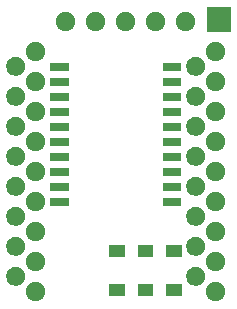
<source format=gbr>
G04 #@! TF.GenerationSoftware,KiCad,Pcbnew,5.1.5+dfsg1-2build2*
G04 #@! TF.CreationDate,2023-07-02T11:19:25+01:00*
G04 #@! TF.ProjectId,hd36106_replacement,68643336-3130-4365-9f72-65706c616365,rev?*
G04 #@! TF.SameCoordinates,Original*
G04 #@! TF.FileFunction,Soldermask,Top*
G04 #@! TF.FilePolarity,Negative*
%FSLAX46Y46*%
G04 Gerber Fmt 4.6, Leading zero omitted, Abs format (unit mm)*
G04 Created by KiCad (PCBNEW 5.1.5+dfsg1-2build2) date 2023-07-02 11:19:25*
%MOMM*%
%LPD*%
G04 APERTURE LIST*
%ADD10C,0.100000*%
G04 APERTURE END LIST*
D10*
G36*
X136477142Y-106288242D02*
G01*
X136625101Y-106349529D01*
X136758255Y-106438499D01*
X136871501Y-106551745D01*
X136960471Y-106684899D01*
X137021758Y-106832858D01*
X137053000Y-106989925D01*
X137053000Y-107150075D01*
X137021758Y-107307142D01*
X136960471Y-107455101D01*
X136871501Y-107588255D01*
X136758255Y-107701501D01*
X136625101Y-107790471D01*
X136477142Y-107851758D01*
X136320075Y-107883000D01*
X136159925Y-107883000D01*
X136002858Y-107851758D01*
X135854899Y-107790471D01*
X135721745Y-107701501D01*
X135608499Y-107588255D01*
X135519529Y-107455101D01*
X135458242Y-107307142D01*
X135427000Y-107150075D01*
X135427000Y-106989925D01*
X135458242Y-106832858D01*
X135519529Y-106684899D01*
X135608499Y-106551745D01*
X135721745Y-106438499D01*
X135854899Y-106349529D01*
X136002858Y-106288242D01*
X136159925Y-106257000D01*
X136320075Y-106257000D01*
X136477142Y-106288242D01*
G37*
G36*
X121237142Y-106288242D02*
G01*
X121385101Y-106349529D01*
X121518255Y-106438499D01*
X121631501Y-106551745D01*
X121720471Y-106684899D01*
X121781758Y-106832858D01*
X121813000Y-106989925D01*
X121813000Y-107150075D01*
X121781758Y-107307142D01*
X121720471Y-107455101D01*
X121631501Y-107588255D01*
X121518255Y-107701501D01*
X121385101Y-107790471D01*
X121237142Y-107851758D01*
X121080075Y-107883000D01*
X120919925Y-107883000D01*
X120762858Y-107851758D01*
X120614899Y-107790471D01*
X120481745Y-107701501D01*
X120368499Y-107588255D01*
X120279529Y-107455101D01*
X120218242Y-107307142D01*
X120187000Y-107150075D01*
X120187000Y-106989925D01*
X120218242Y-106832858D01*
X120279529Y-106684899D01*
X120368499Y-106551745D01*
X120481745Y-106438499D01*
X120614899Y-106349529D01*
X120762858Y-106288242D01*
X120919925Y-106257000D01*
X121080075Y-106257000D01*
X121237142Y-106288242D01*
G37*
G36*
X130953000Y-107434000D02*
G01*
X129651000Y-107434000D01*
X129651000Y-106432000D01*
X130953000Y-106432000D01*
X130953000Y-107434000D01*
G37*
G36*
X128540000Y-107434000D02*
G01*
X127238000Y-107434000D01*
X127238000Y-106432000D01*
X128540000Y-106432000D01*
X128540000Y-107434000D01*
G37*
G36*
X133366000Y-107434000D02*
G01*
X132064000Y-107434000D01*
X132064000Y-106432000D01*
X133366000Y-106432000D01*
X133366000Y-107434000D01*
G37*
G36*
X119567142Y-104998242D02*
G01*
X119715101Y-105059529D01*
X119848255Y-105148499D01*
X119961501Y-105261745D01*
X120050471Y-105394899D01*
X120111758Y-105542858D01*
X120143000Y-105699925D01*
X120143000Y-105860075D01*
X120111758Y-106017142D01*
X120050471Y-106165101D01*
X119961501Y-106298255D01*
X119848255Y-106411501D01*
X119715101Y-106500471D01*
X119567142Y-106561758D01*
X119410075Y-106593000D01*
X119249925Y-106593000D01*
X119092858Y-106561758D01*
X118944899Y-106500471D01*
X118811745Y-106411501D01*
X118698499Y-106298255D01*
X118609529Y-106165101D01*
X118548242Y-106017142D01*
X118517000Y-105860075D01*
X118517000Y-105699925D01*
X118548242Y-105542858D01*
X118609529Y-105394899D01*
X118698499Y-105261745D01*
X118811745Y-105148499D01*
X118944899Y-105059529D01*
X119092858Y-104998242D01*
X119249925Y-104967000D01*
X119410075Y-104967000D01*
X119567142Y-104998242D01*
G37*
G36*
X134807142Y-104998242D02*
G01*
X134955101Y-105059529D01*
X135088255Y-105148499D01*
X135201501Y-105261745D01*
X135290471Y-105394899D01*
X135351758Y-105542858D01*
X135383000Y-105699925D01*
X135383000Y-105860075D01*
X135351758Y-106017142D01*
X135290471Y-106165101D01*
X135201501Y-106298255D01*
X135088255Y-106411501D01*
X134955101Y-106500471D01*
X134807142Y-106561758D01*
X134650075Y-106593000D01*
X134489925Y-106593000D01*
X134332858Y-106561758D01*
X134184899Y-106500471D01*
X134051745Y-106411501D01*
X133938499Y-106298255D01*
X133849529Y-106165101D01*
X133788242Y-106017142D01*
X133757000Y-105860075D01*
X133757000Y-105699925D01*
X133788242Y-105542858D01*
X133849529Y-105394899D01*
X133938499Y-105261745D01*
X134051745Y-105148499D01*
X134184899Y-105059529D01*
X134332858Y-104998242D01*
X134489925Y-104967000D01*
X134650075Y-104967000D01*
X134807142Y-104998242D01*
G37*
G36*
X121237142Y-103748242D02*
G01*
X121385101Y-103809529D01*
X121518255Y-103898499D01*
X121631501Y-104011745D01*
X121720471Y-104144899D01*
X121781758Y-104292858D01*
X121813000Y-104449925D01*
X121813000Y-104610075D01*
X121781758Y-104767142D01*
X121720471Y-104915101D01*
X121631501Y-105048255D01*
X121518255Y-105161501D01*
X121385101Y-105250471D01*
X121237142Y-105311758D01*
X121080075Y-105343000D01*
X120919925Y-105343000D01*
X120762858Y-105311758D01*
X120614899Y-105250471D01*
X120481745Y-105161501D01*
X120368499Y-105048255D01*
X120279529Y-104915101D01*
X120218242Y-104767142D01*
X120187000Y-104610075D01*
X120187000Y-104449925D01*
X120218242Y-104292858D01*
X120279529Y-104144899D01*
X120368499Y-104011745D01*
X120481745Y-103898499D01*
X120614899Y-103809529D01*
X120762858Y-103748242D01*
X120919925Y-103717000D01*
X121080075Y-103717000D01*
X121237142Y-103748242D01*
G37*
G36*
X136477142Y-103748242D02*
G01*
X136625101Y-103809529D01*
X136758255Y-103898499D01*
X136871501Y-104011745D01*
X136960471Y-104144899D01*
X137021758Y-104292858D01*
X137053000Y-104449925D01*
X137053000Y-104610075D01*
X137021758Y-104767142D01*
X136960471Y-104915101D01*
X136871501Y-105048255D01*
X136758255Y-105161501D01*
X136625101Y-105250471D01*
X136477142Y-105311758D01*
X136320075Y-105343000D01*
X136159925Y-105343000D01*
X136002858Y-105311758D01*
X135854899Y-105250471D01*
X135721745Y-105161501D01*
X135608499Y-105048255D01*
X135519529Y-104915101D01*
X135458242Y-104767142D01*
X135427000Y-104610075D01*
X135427000Y-104449925D01*
X135458242Y-104292858D01*
X135519529Y-104144899D01*
X135608499Y-104011745D01*
X135721745Y-103898499D01*
X135854899Y-103809529D01*
X136002858Y-103748242D01*
X136159925Y-103717000D01*
X136320075Y-103717000D01*
X136477142Y-103748242D01*
G37*
G36*
X130953000Y-104134000D02*
G01*
X129651000Y-104134000D01*
X129651000Y-103132000D01*
X130953000Y-103132000D01*
X130953000Y-104134000D01*
G37*
G36*
X128540000Y-104134000D02*
G01*
X127238000Y-104134000D01*
X127238000Y-103132000D01*
X128540000Y-103132000D01*
X128540000Y-104134000D01*
G37*
G36*
X133366000Y-104134000D02*
G01*
X132064000Y-104134000D01*
X132064000Y-103132000D01*
X133366000Y-103132000D01*
X133366000Y-104134000D01*
G37*
G36*
X119567142Y-102458242D02*
G01*
X119715101Y-102519529D01*
X119848255Y-102608499D01*
X119961501Y-102721745D01*
X120050471Y-102854899D01*
X120111758Y-103002858D01*
X120143000Y-103159925D01*
X120143000Y-103320075D01*
X120111758Y-103477142D01*
X120050471Y-103625101D01*
X119961501Y-103758255D01*
X119848255Y-103871501D01*
X119715101Y-103960471D01*
X119567142Y-104021758D01*
X119410075Y-104053000D01*
X119249925Y-104053000D01*
X119092858Y-104021758D01*
X118944899Y-103960471D01*
X118811745Y-103871501D01*
X118698499Y-103758255D01*
X118609529Y-103625101D01*
X118548242Y-103477142D01*
X118517000Y-103320075D01*
X118517000Y-103159925D01*
X118548242Y-103002858D01*
X118609529Y-102854899D01*
X118698499Y-102721745D01*
X118811745Y-102608499D01*
X118944899Y-102519529D01*
X119092858Y-102458242D01*
X119249925Y-102427000D01*
X119410075Y-102427000D01*
X119567142Y-102458242D01*
G37*
G36*
X134807142Y-102458242D02*
G01*
X134955101Y-102519529D01*
X135088255Y-102608499D01*
X135201501Y-102721745D01*
X135290471Y-102854899D01*
X135351758Y-103002858D01*
X135383000Y-103159925D01*
X135383000Y-103320075D01*
X135351758Y-103477142D01*
X135290471Y-103625101D01*
X135201501Y-103758255D01*
X135088255Y-103871501D01*
X134955101Y-103960471D01*
X134807142Y-104021758D01*
X134650075Y-104053000D01*
X134489925Y-104053000D01*
X134332858Y-104021758D01*
X134184899Y-103960471D01*
X134051745Y-103871501D01*
X133938499Y-103758255D01*
X133849529Y-103625101D01*
X133788242Y-103477142D01*
X133757000Y-103320075D01*
X133757000Y-103159925D01*
X133788242Y-103002858D01*
X133849529Y-102854899D01*
X133938499Y-102721745D01*
X134051745Y-102608499D01*
X134184899Y-102519529D01*
X134332858Y-102458242D01*
X134489925Y-102427000D01*
X134650075Y-102427000D01*
X134807142Y-102458242D01*
G37*
G36*
X136477142Y-101208242D02*
G01*
X136625101Y-101269529D01*
X136758255Y-101358499D01*
X136871501Y-101471745D01*
X136960471Y-101604899D01*
X137021758Y-101752858D01*
X137053000Y-101909925D01*
X137053000Y-102070075D01*
X137021758Y-102227142D01*
X136960471Y-102375101D01*
X136871501Y-102508255D01*
X136758255Y-102621501D01*
X136625101Y-102710471D01*
X136477142Y-102771758D01*
X136320075Y-102803000D01*
X136159925Y-102803000D01*
X136002858Y-102771758D01*
X135854899Y-102710471D01*
X135721745Y-102621501D01*
X135608499Y-102508255D01*
X135519529Y-102375101D01*
X135458242Y-102227142D01*
X135427000Y-102070075D01*
X135427000Y-101909925D01*
X135458242Y-101752858D01*
X135519529Y-101604899D01*
X135608499Y-101471745D01*
X135721745Y-101358499D01*
X135854899Y-101269529D01*
X136002858Y-101208242D01*
X136159925Y-101177000D01*
X136320075Y-101177000D01*
X136477142Y-101208242D01*
G37*
G36*
X121237142Y-101208242D02*
G01*
X121385101Y-101269529D01*
X121518255Y-101358499D01*
X121631501Y-101471745D01*
X121720471Y-101604899D01*
X121781758Y-101752858D01*
X121813000Y-101909925D01*
X121813000Y-102070075D01*
X121781758Y-102227142D01*
X121720471Y-102375101D01*
X121631501Y-102508255D01*
X121518255Y-102621501D01*
X121385101Y-102710471D01*
X121237142Y-102771758D01*
X121080075Y-102803000D01*
X120919925Y-102803000D01*
X120762858Y-102771758D01*
X120614899Y-102710471D01*
X120481745Y-102621501D01*
X120368499Y-102508255D01*
X120279529Y-102375101D01*
X120218242Y-102227142D01*
X120187000Y-102070075D01*
X120187000Y-101909925D01*
X120218242Y-101752858D01*
X120279529Y-101604899D01*
X120368499Y-101471745D01*
X120481745Y-101358499D01*
X120614899Y-101269529D01*
X120762858Y-101208242D01*
X120919925Y-101177000D01*
X121080075Y-101177000D01*
X121237142Y-101208242D01*
G37*
G36*
X134807142Y-99918242D02*
G01*
X134955101Y-99979529D01*
X135088255Y-100068499D01*
X135201501Y-100181745D01*
X135290471Y-100314899D01*
X135351758Y-100462858D01*
X135383000Y-100619925D01*
X135383000Y-100780075D01*
X135351758Y-100937142D01*
X135290471Y-101085101D01*
X135201501Y-101218255D01*
X135088255Y-101331501D01*
X134955101Y-101420471D01*
X134807142Y-101481758D01*
X134650075Y-101513000D01*
X134489925Y-101513000D01*
X134332858Y-101481758D01*
X134184899Y-101420471D01*
X134051745Y-101331501D01*
X133938499Y-101218255D01*
X133849529Y-101085101D01*
X133788242Y-100937142D01*
X133757000Y-100780075D01*
X133757000Y-100619925D01*
X133788242Y-100462858D01*
X133849529Y-100314899D01*
X133938499Y-100181745D01*
X134051745Y-100068499D01*
X134184899Y-99979529D01*
X134332858Y-99918242D01*
X134489925Y-99887000D01*
X134650075Y-99887000D01*
X134807142Y-99918242D01*
G37*
G36*
X119567142Y-99918242D02*
G01*
X119715101Y-99979529D01*
X119848255Y-100068499D01*
X119961501Y-100181745D01*
X120050471Y-100314899D01*
X120111758Y-100462858D01*
X120143000Y-100619925D01*
X120143000Y-100780075D01*
X120111758Y-100937142D01*
X120050471Y-101085101D01*
X119961501Y-101218255D01*
X119848255Y-101331501D01*
X119715101Y-101420471D01*
X119567142Y-101481758D01*
X119410075Y-101513000D01*
X119249925Y-101513000D01*
X119092858Y-101481758D01*
X118944899Y-101420471D01*
X118811745Y-101331501D01*
X118698499Y-101218255D01*
X118609529Y-101085101D01*
X118548242Y-100937142D01*
X118517000Y-100780075D01*
X118517000Y-100619925D01*
X118548242Y-100462858D01*
X118609529Y-100314899D01*
X118698499Y-100181745D01*
X118811745Y-100068499D01*
X118944899Y-99979529D01*
X119092858Y-99918242D01*
X119249925Y-99887000D01*
X119410075Y-99887000D01*
X119567142Y-99918242D01*
G37*
G36*
X136477142Y-98668242D02*
G01*
X136625101Y-98729529D01*
X136758255Y-98818499D01*
X136871501Y-98931745D01*
X136960471Y-99064899D01*
X137021758Y-99212858D01*
X137053000Y-99369925D01*
X137053000Y-99530075D01*
X137021758Y-99687142D01*
X136960471Y-99835101D01*
X136871501Y-99968255D01*
X136758255Y-100081501D01*
X136625101Y-100170471D01*
X136477142Y-100231758D01*
X136320075Y-100263000D01*
X136159925Y-100263000D01*
X136002858Y-100231758D01*
X135854899Y-100170471D01*
X135721745Y-100081501D01*
X135608499Y-99968255D01*
X135519529Y-99835101D01*
X135458242Y-99687142D01*
X135427000Y-99530075D01*
X135427000Y-99369925D01*
X135458242Y-99212858D01*
X135519529Y-99064899D01*
X135608499Y-98931745D01*
X135721745Y-98818499D01*
X135854899Y-98729529D01*
X136002858Y-98668242D01*
X136159925Y-98637000D01*
X136320075Y-98637000D01*
X136477142Y-98668242D01*
G37*
G36*
X121237142Y-98668242D02*
G01*
X121385101Y-98729529D01*
X121518255Y-98818499D01*
X121631501Y-98931745D01*
X121720471Y-99064899D01*
X121781758Y-99212858D01*
X121813000Y-99369925D01*
X121813000Y-99530075D01*
X121781758Y-99687142D01*
X121720471Y-99835101D01*
X121631501Y-99968255D01*
X121518255Y-100081501D01*
X121385101Y-100170471D01*
X121237142Y-100231758D01*
X121080075Y-100263000D01*
X120919925Y-100263000D01*
X120762858Y-100231758D01*
X120614899Y-100170471D01*
X120481745Y-100081501D01*
X120368499Y-99968255D01*
X120279529Y-99835101D01*
X120218242Y-99687142D01*
X120187000Y-99530075D01*
X120187000Y-99369925D01*
X120218242Y-99212858D01*
X120279529Y-99064899D01*
X120368499Y-98931745D01*
X120481745Y-98818499D01*
X120614899Y-98729529D01*
X120762858Y-98668242D01*
X120919925Y-98637000D01*
X121080075Y-98637000D01*
X121237142Y-98668242D01*
G37*
G36*
X133351000Y-99866000D02*
G01*
X131749000Y-99866000D01*
X131749000Y-99164000D01*
X133351000Y-99164000D01*
X133351000Y-99866000D01*
G37*
G36*
X123851000Y-99866000D02*
G01*
X122249000Y-99866000D01*
X122249000Y-99164000D01*
X123851000Y-99164000D01*
X123851000Y-99866000D01*
G37*
G36*
X134807142Y-97378242D02*
G01*
X134955101Y-97439529D01*
X135088255Y-97528499D01*
X135201501Y-97641745D01*
X135290471Y-97774899D01*
X135351758Y-97922858D01*
X135383000Y-98079925D01*
X135383000Y-98240075D01*
X135351758Y-98397142D01*
X135290471Y-98545101D01*
X135201501Y-98678255D01*
X135088255Y-98791501D01*
X134955101Y-98880471D01*
X134807142Y-98941758D01*
X134650075Y-98973000D01*
X134489925Y-98973000D01*
X134332858Y-98941758D01*
X134184899Y-98880471D01*
X134051745Y-98791501D01*
X133938499Y-98678255D01*
X133849529Y-98545101D01*
X133788242Y-98397142D01*
X133757000Y-98240075D01*
X133757000Y-98079925D01*
X133788242Y-97922858D01*
X133849529Y-97774899D01*
X133938499Y-97641745D01*
X134051745Y-97528499D01*
X134184899Y-97439529D01*
X134332858Y-97378242D01*
X134489925Y-97347000D01*
X134650075Y-97347000D01*
X134807142Y-97378242D01*
G37*
G36*
X119567142Y-97378242D02*
G01*
X119715101Y-97439529D01*
X119848255Y-97528499D01*
X119961501Y-97641745D01*
X120050471Y-97774899D01*
X120111758Y-97922858D01*
X120143000Y-98079925D01*
X120143000Y-98240075D01*
X120111758Y-98397142D01*
X120050471Y-98545101D01*
X119961501Y-98678255D01*
X119848255Y-98791501D01*
X119715101Y-98880471D01*
X119567142Y-98941758D01*
X119410075Y-98973000D01*
X119249925Y-98973000D01*
X119092858Y-98941758D01*
X118944899Y-98880471D01*
X118811745Y-98791501D01*
X118698499Y-98678255D01*
X118609529Y-98545101D01*
X118548242Y-98397142D01*
X118517000Y-98240075D01*
X118517000Y-98079925D01*
X118548242Y-97922858D01*
X118609529Y-97774899D01*
X118698499Y-97641745D01*
X118811745Y-97528499D01*
X118944899Y-97439529D01*
X119092858Y-97378242D01*
X119249925Y-97347000D01*
X119410075Y-97347000D01*
X119567142Y-97378242D01*
G37*
G36*
X133351000Y-98596000D02*
G01*
X131749000Y-98596000D01*
X131749000Y-97894000D01*
X133351000Y-97894000D01*
X133351000Y-98596000D01*
G37*
G36*
X123851000Y-98596000D02*
G01*
X122249000Y-98596000D01*
X122249000Y-97894000D01*
X123851000Y-97894000D01*
X123851000Y-98596000D01*
G37*
G36*
X121237142Y-96128242D02*
G01*
X121385101Y-96189529D01*
X121518255Y-96278499D01*
X121631501Y-96391745D01*
X121720471Y-96524899D01*
X121781758Y-96672858D01*
X121813000Y-96829925D01*
X121813000Y-96990075D01*
X121781758Y-97147142D01*
X121720471Y-97295101D01*
X121631501Y-97428255D01*
X121518255Y-97541501D01*
X121385101Y-97630471D01*
X121237142Y-97691758D01*
X121080075Y-97723000D01*
X120919925Y-97723000D01*
X120762858Y-97691758D01*
X120614899Y-97630471D01*
X120481745Y-97541501D01*
X120368499Y-97428255D01*
X120279529Y-97295101D01*
X120218242Y-97147142D01*
X120187000Y-96990075D01*
X120187000Y-96829925D01*
X120218242Y-96672858D01*
X120279529Y-96524899D01*
X120368499Y-96391745D01*
X120481745Y-96278499D01*
X120614899Y-96189529D01*
X120762858Y-96128242D01*
X120919925Y-96097000D01*
X121080075Y-96097000D01*
X121237142Y-96128242D01*
G37*
G36*
X136477142Y-96128242D02*
G01*
X136625101Y-96189529D01*
X136758255Y-96278499D01*
X136871501Y-96391745D01*
X136960471Y-96524899D01*
X137021758Y-96672858D01*
X137053000Y-96829925D01*
X137053000Y-96990075D01*
X137021758Y-97147142D01*
X136960471Y-97295101D01*
X136871501Y-97428255D01*
X136758255Y-97541501D01*
X136625101Y-97630471D01*
X136477142Y-97691758D01*
X136320075Y-97723000D01*
X136159925Y-97723000D01*
X136002858Y-97691758D01*
X135854899Y-97630471D01*
X135721745Y-97541501D01*
X135608499Y-97428255D01*
X135519529Y-97295101D01*
X135458242Y-97147142D01*
X135427000Y-96990075D01*
X135427000Y-96829925D01*
X135458242Y-96672858D01*
X135519529Y-96524899D01*
X135608499Y-96391745D01*
X135721745Y-96278499D01*
X135854899Y-96189529D01*
X136002858Y-96128242D01*
X136159925Y-96097000D01*
X136320075Y-96097000D01*
X136477142Y-96128242D01*
G37*
G36*
X133351000Y-97326000D02*
G01*
X131749000Y-97326000D01*
X131749000Y-96624000D01*
X133351000Y-96624000D01*
X133351000Y-97326000D01*
G37*
G36*
X123851000Y-97326000D02*
G01*
X122249000Y-97326000D01*
X122249000Y-96624000D01*
X123851000Y-96624000D01*
X123851000Y-97326000D01*
G37*
G36*
X134807142Y-94838242D02*
G01*
X134955101Y-94899529D01*
X135088255Y-94988499D01*
X135201501Y-95101745D01*
X135290471Y-95234899D01*
X135351758Y-95382858D01*
X135383000Y-95539925D01*
X135383000Y-95700075D01*
X135351758Y-95857142D01*
X135290471Y-96005101D01*
X135201501Y-96138255D01*
X135088255Y-96251501D01*
X134955101Y-96340471D01*
X134807142Y-96401758D01*
X134650075Y-96433000D01*
X134489925Y-96433000D01*
X134332858Y-96401758D01*
X134184899Y-96340471D01*
X134051745Y-96251501D01*
X133938499Y-96138255D01*
X133849529Y-96005101D01*
X133788242Y-95857142D01*
X133757000Y-95700075D01*
X133757000Y-95539925D01*
X133788242Y-95382858D01*
X133849529Y-95234899D01*
X133938499Y-95101745D01*
X134051745Y-94988499D01*
X134184899Y-94899529D01*
X134332858Y-94838242D01*
X134489925Y-94807000D01*
X134650075Y-94807000D01*
X134807142Y-94838242D01*
G37*
G36*
X119567142Y-94838242D02*
G01*
X119715101Y-94899529D01*
X119848255Y-94988499D01*
X119961501Y-95101745D01*
X120050471Y-95234899D01*
X120111758Y-95382858D01*
X120143000Y-95539925D01*
X120143000Y-95700075D01*
X120111758Y-95857142D01*
X120050471Y-96005101D01*
X119961501Y-96138255D01*
X119848255Y-96251501D01*
X119715101Y-96340471D01*
X119567142Y-96401758D01*
X119410075Y-96433000D01*
X119249925Y-96433000D01*
X119092858Y-96401758D01*
X118944899Y-96340471D01*
X118811745Y-96251501D01*
X118698499Y-96138255D01*
X118609529Y-96005101D01*
X118548242Y-95857142D01*
X118517000Y-95700075D01*
X118517000Y-95539925D01*
X118548242Y-95382858D01*
X118609529Y-95234899D01*
X118698499Y-95101745D01*
X118811745Y-94988499D01*
X118944899Y-94899529D01*
X119092858Y-94838242D01*
X119249925Y-94807000D01*
X119410075Y-94807000D01*
X119567142Y-94838242D01*
G37*
G36*
X123851000Y-96056000D02*
G01*
X122249000Y-96056000D01*
X122249000Y-95354000D01*
X123851000Y-95354000D01*
X123851000Y-96056000D01*
G37*
G36*
X133351000Y-96056000D02*
G01*
X131749000Y-96056000D01*
X131749000Y-95354000D01*
X133351000Y-95354000D01*
X133351000Y-96056000D01*
G37*
G36*
X121237142Y-93588242D02*
G01*
X121385101Y-93649529D01*
X121518255Y-93738499D01*
X121631501Y-93851745D01*
X121720471Y-93984899D01*
X121781758Y-94132858D01*
X121813000Y-94289925D01*
X121813000Y-94450075D01*
X121781758Y-94607142D01*
X121720471Y-94755101D01*
X121631501Y-94888255D01*
X121518255Y-95001501D01*
X121385101Y-95090471D01*
X121237142Y-95151758D01*
X121080075Y-95183000D01*
X120919925Y-95183000D01*
X120762858Y-95151758D01*
X120614899Y-95090471D01*
X120481745Y-95001501D01*
X120368499Y-94888255D01*
X120279529Y-94755101D01*
X120218242Y-94607142D01*
X120187000Y-94450075D01*
X120187000Y-94289925D01*
X120218242Y-94132858D01*
X120279529Y-93984899D01*
X120368499Y-93851745D01*
X120481745Y-93738499D01*
X120614899Y-93649529D01*
X120762858Y-93588242D01*
X120919925Y-93557000D01*
X121080075Y-93557000D01*
X121237142Y-93588242D01*
G37*
G36*
X136477142Y-93588242D02*
G01*
X136625101Y-93649529D01*
X136758255Y-93738499D01*
X136871501Y-93851745D01*
X136960471Y-93984899D01*
X137021758Y-94132858D01*
X137053000Y-94289925D01*
X137053000Y-94450075D01*
X137021758Y-94607142D01*
X136960471Y-94755101D01*
X136871501Y-94888255D01*
X136758255Y-95001501D01*
X136625101Y-95090471D01*
X136477142Y-95151758D01*
X136320075Y-95183000D01*
X136159925Y-95183000D01*
X136002858Y-95151758D01*
X135854899Y-95090471D01*
X135721745Y-95001501D01*
X135608499Y-94888255D01*
X135519529Y-94755101D01*
X135458242Y-94607142D01*
X135427000Y-94450075D01*
X135427000Y-94289925D01*
X135458242Y-94132858D01*
X135519529Y-93984899D01*
X135608499Y-93851745D01*
X135721745Y-93738499D01*
X135854899Y-93649529D01*
X136002858Y-93588242D01*
X136159925Y-93557000D01*
X136320075Y-93557000D01*
X136477142Y-93588242D01*
G37*
G36*
X133351000Y-94786000D02*
G01*
X131749000Y-94786000D01*
X131749000Y-94084000D01*
X133351000Y-94084000D01*
X133351000Y-94786000D01*
G37*
G36*
X123851000Y-94786000D02*
G01*
X122249000Y-94786000D01*
X122249000Y-94084000D01*
X123851000Y-94084000D01*
X123851000Y-94786000D01*
G37*
G36*
X119567142Y-92298242D02*
G01*
X119715101Y-92359529D01*
X119848255Y-92448499D01*
X119961501Y-92561745D01*
X120050471Y-92694899D01*
X120111758Y-92842858D01*
X120143000Y-92999925D01*
X120143000Y-93160075D01*
X120111758Y-93317142D01*
X120050471Y-93465101D01*
X119961501Y-93598255D01*
X119848255Y-93711501D01*
X119715101Y-93800471D01*
X119567142Y-93861758D01*
X119410075Y-93893000D01*
X119249925Y-93893000D01*
X119092858Y-93861758D01*
X118944899Y-93800471D01*
X118811745Y-93711501D01*
X118698499Y-93598255D01*
X118609529Y-93465101D01*
X118548242Y-93317142D01*
X118517000Y-93160075D01*
X118517000Y-92999925D01*
X118548242Y-92842858D01*
X118609529Y-92694899D01*
X118698499Y-92561745D01*
X118811745Y-92448499D01*
X118944899Y-92359529D01*
X119092858Y-92298242D01*
X119249925Y-92267000D01*
X119410075Y-92267000D01*
X119567142Y-92298242D01*
G37*
G36*
X134807142Y-92298242D02*
G01*
X134955101Y-92359529D01*
X135088255Y-92448499D01*
X135201501Y-92561745D01*
X135290471Y-92694899D01*
X135351758Y-92842858D01*
X135383000Y-92999925D01*
X135383000Y-93160075D01*
X135351758Y-93317142D01*
X135290471Y-93465101D01*
X135201501Y-93598255D01*
X135088255Y-93711501D01*
X134955101Y-93800471D01*
X134807142Y-93861758D01*
X134650075Y-93893000D01*
X134489925Y-93893000D01*
X134332858Y-93861758D01*
X134184899Y-93800471D01*
X134051745Y-93711501D01*
X133938499Y-93598255D01*
X133849529Y-93465101D01*
X133788242Y-93317142D01*
X133757000Y-93160075D01*
X133757000Y-92999925D01*
X133788242Y-92842858D01*
X133849529Y-92694899D01*
X133938499Y-92561745D01*
X134051745Y-92448499D01*
X134184899Y-92359529D01*
X134332858Y-92298242D01*
X134489925Y-92267000D01*
X134650075Y-92267000D01*
X134807142Y-92298242D01*
G37*
G36*
X123851000Y-93516000D02*
G01*
X122249000Y-93516000D01*
X122249000Y-92814000D01*
X123851000Y-92814000D01*
X123851000Y-93516000D01*
G37*
G36*
X133351000Y-93516000D02*
G01*
X131749000Y-93516000D01*
X131749000Y-92814000D01*
X133351000Y-92814000D01*
X133351000Y-93516000D01*
G37*
G36*
X136477142Y-91048242D02*
G01*
X136625101Y-91109529D01*
X136758255Y-91198499D01*
X136871501Y-91311745D01*
X136960471Y-91444899D01*
X137021758Y-91592858D01*
X137053000Y-91749925D01*
X137053000Y-91910075D01*
X137021758Y-92067142D01*
X136960471Y-92215101D01*
X136871501Y-92348255D01*
X136758255Y-92461501D01*
X136625101Y-92550471D01*
X136477142Y-92611758D01*
X136320075Y-92643000D01*
X136159925Y-92643000D01*
X136002858Y-92611758D01*
X135854899Y-92550471D01*
X135721745Y-92461501D01*
X135608499Y-92348255D01*
X135519529Y-92215101D01*
X135458242Y-92067142D01*
X135427000Y-91910075D01*
X135427000Y-91749925D01*
X135458242Y-91592858D01*
X135519529Y-91444899D01*
X135608499Y-91311745D01*
X135721745Y-91198499D01*
X135854899Y-91109529D01*
X136002858Y-91048242D01*
X136159925Y-91017000D01*
X136320075Y-91017000D01*
X136477142Y-91048242D01*
G37*
G36*
X121237142Y-91048242D02*
G01*
X121385101Y-91109529D01*
X121518255Y-91198499D01*
X121631501Y-91311745D01*
X121720471Y-91444899D01*
X121781758Y-91592858D01*
X121813000Y-91749925D01*
X121813000Y-91910075D01*
X121781758Y-92067142D01*
X121720471Y-92215101D01*
X121631501Y-92348255D01*
X121518255Y-92461501D01*
X121385101Y-92550471D01*
X121237142Y-92611758D01*
X121080075Y-92643000D01*
X120919925Y-92643000D01*
X120762858Y-92611758D01*
X120614899Y-92550471D01*
X120481745Y-92461501D01*
X120368499Y-92348255D01*
X120279529Y-92215101D01*
X120218242Y-92067142D01*
X120187000Y-91910075D01*
X120187000Y-91749925D01*
X120218242Y-91592858D01*
X120279529Y-91444899D01*
X120368499Y-91311745D01*
X120481745Y-91198499D01*
X120614899Y-91109529D01*
X120762858Y-91048242D01*
X120919925Y-91017000D01*
X121080075Y-91017000D01*
X121237142Y-91048242D01*
G37*
G36*
X123851000Y-92246000D02*
G01*
X122249000Y-92246000D01*
X122249000Y-91544000D01*
X123851000Y-91544000D01*
X123851000Y-92246000D01*
G37*
G36*
X133351000Y-92246000D02*
G01*
X131749000Y-92246000D01*
X131749000Y-91544000D01*
X133351000Y-91544000D01*
X133351000Y-92246000D01*
G37*
G36*
X119567142Y-89758242D02*
G01*
X119715101Y-89819529D01*
X119848255Y-89908499D01*
X119961501Y-90021745D01*
X120050471Y-90154899D01*
X120111758Y-90302858D01*
X120143000Y-90459925D01*
X120143000Y-90620075D01*
X120111758Y-90777142D01*
X120050471Y-90925101D01*
X119961501Y-91058255D01*
X119848255Y-91171501D01*
X119715101Y-91260471D01*
X119567142Y-91321758D01*
X119410075Y-91353000D01*
X119249925Y-91353000D01*
X119092858Y-91321758D01*
X118944899Y-91260471D01*
X118811745Y-91171501D01*
X118698499Y-91058255D01*
X118609529Y-90925101D01*
X118548242Y-90777142D01*
X118517000Y-90620075D01*
X118517000Y-90459925D01*
X118548242Y-90302858D01*
X118609529Y-90154899D01*
X118698499Y-90021745D01*
X118811745Y-89908499D01*
X118944899Y-89819529D01*
X119092858Y-89758242D01*
X119249925Y-89727000D01*
X119410075Y-89727000D01*
X119567142Y-89758242D01*
G37*
G36*
X134807142Y-89758242D02*
G01*
X134955101Y-89819529D01*
X135088255Y-89908499D01*
X135201501Y-90021745D01*
X135290471Y-90154899D01*
X135351758Y-90302858D01*
X135383000Y-90459925D01*
X135383000Y-90620075D01*
X135351758Y-90777142D01*
X135290471Y-90925101D01*
X135201501Y-91058255D01*
X135088255Y-91171501D01*
X134955101Y-91260471D01*
X134807142Y-91321758D01*
X134650075Y-91353000D01*
X134489925Y-91353000D01*
X134332858Y-91321758D01*
X134184899Y-91260471D01*
X134051745Y-91171501D01*
X133938499Y-91058255D01*
X133849529Y-90925101D01*
X133788242Y-90777142D01*
X133757000Y-90620075D01*
X133757000Y-90459925D01*
X133788242Y-90302858D01*
X133849529Y-90154899D01*
X133938499Y-90021745D01*
X134051745Y-89908499D01*
X134184899Y-89819529D01*
X134332858Y-89758242D01*
X134489925Y-89727000D01*
X134650075Y-89727000D01*
X134807142Y-89758242D01*
G37*
G36*
X133351000Y-90976000D02*
G01*
X131749000Y-90976000D01*
X131749000Y-90274000D01*
X133351000Y-90274000D01*
X133351000Y-90976000D01*
G37*
G36*
X123851000Y-90976000D02*
G01*
X122249000Y-90976000D01*
X122249000Y-90274000D01*
X123851000Y-90274000D01*
X123851000Y-90976000D01*
G37*
G36*
X136477142Y-88508242D02*
G01*
X136625101Y-88569529D01*
X136758255Y-88658499D01*
X136871501Y-88771745D01*
X136960471Y-88904899D01*
X137021758Y-89052858D01*
X137053000Y-89209925D01*
X137053000Y-89370075D01*
X137021758Y-89527142D01*
X136960471Y-89675101D01*
X136871501Y-89808255D01*
X136758255Y-89921501D01*
X136625101Y-90010471D01*
X136477142Y-90071758D01*
X136320075Y-90103000D01*
X136159925Y-90103000D01*
X136002858Y-90071758D01*
X135854899Y-90010471D01*
X135721745Y-89921501D01*
X135608499Y-89808255D01*
X135519529Y-89675101D01*
X135458242Y-89527142D01*
X135427000Y-89370075D01*
X135427000Y-89209925D01*
X135458242Y-89052858D01*
X135519529Y-88904899D01*
X135608499Y-88771745D01*
X135721745Y-88658499D01*
X135854899Y-88569529D01*
X136002858Y-88508242D01*
X136159925Y-88477000D01*
X136320075Y-88477000D01*
X136477142Y-88508242D01*
G37*
G36*
X121237142Y-88508242D02*
G01*
X121385101Y-88569529D01*
X121518255Y-88658499D01*
X121631501Y-88771745D01*
X121720471Y-88904899D01*
X121781758Y-89052858D01*
X121813000Y-89209925D01*
X121813000Y-89370075D01*
X121781758Y-89527142D01*
X121720471Y-89675101D01*
X121631501Y-89808255D01*
X121518255Y-89921501D01*
X121385101Y-90010471D01*
X121237142Y-90071758D01*
X121080075Y-90103000D01*
X120919925Y-90103000D01*
X120762858Y-90071758D01*
X120614899Y-90010471D01*
X120481745Y-89921501D01*
X120368499Y-89808255D01*
X120279529Y-89675101D01*
X120218242Y-89527142D01*
X120187000Y-89370075D01*
X120187000Y-89209925D01*
X120218242Y-89052858D01*
X120279529Y-88904899D01*
X120368499Y-88771745D01*
X120481745Y-88658499D01*
X120614899Y-88569529D01*
X120762858Y-88508242D01*
X120919925Y-88477000D01*
X121080075Y-88477000D01*
X121237142Y-88508242D01*
G37*
G36*
X123851000Y-89706000D02*
G01*
X122249000Y-89706000D01*
X122249000Y-89004000D01*
X123851000Y-89004000D01*
X123851000Y-89706000D01*
G37*
G36*
X133351000Y-89706000D02*
G01*
X131749000Y-89706000D01*
X131749000Y-89004000D01*
X133351000Y-89004000D01*
X133351000Y-89706000D01*
G37*
G36*
X119567142Y-87218242D02*
G01*
X119715101Y-87279529D01*
X119848255Y-87368499D01*
X119961501Y-87481745D01*
X120050471Y-87614899D01*
X120111758Y-87762858D01*
X120143000Y-87919925D01*
X120143000Y-88080075D01*
X120111758Y-88237142D01*
X120050471Y-88385101D01*
X119961501Y-88518255D01*
X119848255Y-88631501D01*
X119715101Y-88720471D01*
X119567142Y-88781758D01*
X119410075Y-88813000D01*
X119249925Y-88813000D01*
X119092858Y-88781758D01*
X118944899Y-88720471D01*
X118811745Y-88631501D01*
X118698499Y-88518255D01*
X118609529Y-88385101D01*
X118548242Y-88237142D01*
X118517000Y-88080075D01*
X118517000Y-87919925D01*
X118548242Y-87762858D01*
X118609529Y-87614899D01*
X118698499Y-87481745D01*
X118811745Y-87368499D01*
X118944899Y-87279529D01*
X119092858Y-87218242D01*
X119249925Y-87187000D01*
X119410075Y-87187000D01*
X119567142Y-87218242D01*
G37*
G36*
X134807142Y-87218242D02*
G01*
X134955101Y-87279529D01*
X135088255Y-87368499D01*
X135201501Y-87481745D01*
X135290471Y-87614899D01*
X135351758Y-87762858D01*
X135383000Y-87919925D01*
X135383000Y-88080075D01*
X135351758Y-88237142D01*
X135290471Y-88385101D01*
X135201501Y-88518255D01*
X135088255Y-88631501D01*
X134955101Y-88720471D01*
X134807142Y-88781758D01*
X134650075Y-88813000D01*
X134489925Y-88813000D01*
X134332858Y-88781758D01*
X134184899Y-88720471D01*
X134051745Y-88631501D01*
X133938499Y-88518255D01*
X133849529Y-88385101D01*
X133788242Y-88237142D01*
X133757000Y-88080075D01*
X133757000Y-87919925D01*
X133788242Y-87762858D01*
X133849529Y-87614899D01*
X133938499Y-87481745D01*
X134051745Y-87368499D01*
X134184899Y-87279529D01*
X134332858Y-87218242D01*
X134489925Y-87187000D01*
X134650075Y-87187000D01*
X134807142Y-87218242D01*
G37*
G36*
X133351000Y-88436000D02*
G01*
X131749000Y-88436000D01*
X131749000Y-87734000D01*
X133351000Y-87734000D01*
X133351000Y-88436000D01*
G37*
G36*
X123851000Y-88436000D02*
G01*
X122249000Y-88436000D01*
X122249000Y-87734000D01*
X123851000Y-87734000D01*
X123851000Y-88436000D01*
G37*
G36*
X121237142Y-85968242D02*
G01*
X121385101Y-86029529D01*
X121518255Y-86118499D01*
X121631501Y-86231745D01*
X121720471Y-86364899D01*
X121781758Y-86512858D01*
X121813000Y-86669925D01*
X121813000Y-86830075D01*
X121781758Y-86987142D01*
X121720471Y-87135101D01*
X121631501Y-87268255D01*
X121518255Y-87381501D01*
X121385101Y-87470471D01*
X121237142Y-87531758D01*
X121080075Y-87563000D01*
X120919925Y-87563000D01*
X120762858Y-87531758D01*
X120614899Y-87470471D01*
X120481745Y-87381501D01*
X120368499Y-87268255D01*
X120279529Y-87135101D01*
X120218242Y-86987142D01*
X120187000Y-86830075D01*
X120187000Y-86669925D01*
X120218242Y-86512858D01*
X120279529Y-86364899D01*
X120368499Y-86231745D01*
X120481745Y-86118499D01*
X120614899Y-86029529D01*
X120762858Y-85968242D01*
X120919925Y-85937000D01*
X121080075Y-85937000D01*
X121237142Y-85968242D01*
G37*
G36*
X136477142Y-85968242D02*
G01*
X136625101Y-86029529D01*
X136758255Y-86118499D01*
X136871501Y-86231745D01*
X136960471Y-86364899D01*
X137021758Y-86512858D01*
X137053000Y-86669925D01*
X137053000Y-86830075D01*
X137021758Y-86987142D01*
X136960471Y-87135101D01*
X136871501Y-87268255D01*
X136758255Y-87381501D01*
X136625101Y-87470471D01*
X136477142Y-87531758D01*
X136320075Y-87563000D01*
X136159925Y-87563000D01*
X136002858Y-87531758D01*
X135854899Y-87470471D01*
X135721745Y-87381501D01*
X135608499Y-87268255D01*
X135519529Y-87135101D01*
X135458242Y-86987142D01*
X135427000Y-86830075D01*
X135427000Y-86669925D01*
X135458242Y-86512858D01*
X135519529Y-86364899D01*
X135608499Y-86231745D01*
X135721745Y-86118499D01*
X135854899Y-86029529D01*
X136002858Y-85968242D01*
X136159925Y-85937000D01*
X136320075Y-85937000D01*
X136477142Y-85968242D01*
G37*
G36*
X137576000Y-85125000D02*
G01*
X135474000Y-85125000D01*
X135474000Y-83023000D01*
X137576000Y-83023000D01*
X137576000Y-85125000D01*
G37*
G36*
X131397142Y-83428242D02*
G01*
X131545101Y-83489529D01*
X131678255Y-83578499D01*
X131791501Y-83691745D01*
X131880471Y-83824899D01*
X131941758Y-83972858D01*
X131973000Y-84129925D01*
X131973000Y-84290075D01*
X131941758Y-84447142D01*
X131880471Y-84595101D01*
X131791501Y-84728255D01*
X131678255Y-84841501D01*
X131545101Y-84930471D01*
X131397142Y-84991758D01*
X131240075Y-85023000D01*
X131079925Y-85023000D01*
X130922858Y-84991758D01*
X130774899Y-84930471D01*
X130641745Y-84841501D01*
X130528499Y-84728255D01*
X130439529Y-84595101D01*
X130378242Y-84447142D01*
X130347000Y-84290075D01*
X130347000Y-84129925D01*
X130378242Y-83972858D01*
X130439529Y-83824899D01*
X130528499Y-83691745D01*
X130641745Y-83578499D01*
X130774899Y-83489529D01*
X130922858Y-83428242D01*
X131079925Y-83397000D01*
X131240075Y-83397000D01*
X131397142Y-83428242D01*
G37*
G36*
X123777142Y-83428242D02*
G01*
X123925101Y-83489529D01*
X124058255Y-83578499D01*
X124171501Y-83691745D01*
X124260471Y-83824899D01*
X124321758Y-83972858D01*
X124353000Y-84129925D01*
X124353000Y-84290075D01*
X124321758Y-84447142D01*
X124260471Y-84595101D01*
X124171501Y-84728255D01*
X124058255Y-84841501D01*
X123925101Y-84930471D01*
X123777142Y-84991758D01*
X123620075Y-85023000D01*
X123459925Y-85023000D01*
X123302858Y-84991758D01*
X123154899Y-84930471D01*
X123021745Y-84841501D01*
X122908499Y-84728255D01*
X122819529Y-84595101D01*
X122758242Y-84447142D01*
X122727000Y-84290075D01*
X122727000Y-84129925D01*
X122758242Y-83972858D01*
X122819529Y-83824899D01*
X122908499Y-83691745D01*
X123021745Y-83578499D01*
X123154899Y-83489529D01*
X123302858Y-83428242D01*
X123459925Y-83397000D01*
X123620075Y-83397000D01*
X123777142Y-83428242D01*
G37*
G36*
X126317142Y-83428242D02*
G01*
X126465101Y-83489529D01*
X126598255Y-83578499D01*
X126711501Y-83691745D01*
X126800471Y-83824899D01*
X126861758Y-83972858D01*
X126893000Y-84129925D01*
X126893000Y-84290075D01*
X126861758Y-84447142D01*
X126800471Y-84595101D01*
X126711501Y-84728255D01*
X126598255Y-84841501D01*
X126465101Y-84930471D01*
X126317142Y-84991758D01*
X126160075Y-85023000D01*
X125999925Y-85023000D01*
X125842858Y-84991758D01*
X125694899Y-84930471D01*
X125561745Y-84841501D01*
X125448499Y-84728255D01*
X125359529Y-84595101D01*
X125298242Y-84447142D01*
X125267000Y-84290075D01*
X125267000Y-84129925D01*
X125298242Y-83972858D01*
X125359529Y-83824899D01*
X125448499Y-83691745D01*
X125561745Y-83578499D01*
X125694899Y-83489529D01*
X125842858Y-83428242D01*
X125999925Y-83397000D01*
X126160075Y-83397000D01*
X126317142Y-83428242D01*
G37*
G36*
X133937142Y-83428242D02*
G01*
X134085101Y-83489529D01*
X134218255Y-83578499D01*
X134331501Y-83691745D01*
X134420471Y-83824899D01*
X134481758Y-83972858D01*
X134513000Y-84129925D01*
X134513000Y-84290075D01*
X134481758Y-84447142D01*
X134420471Y-84595101D01*
X134331501Y-84728255D01*
X134218255Y-84841501D01*
X134085101Y-84930471D01*
X133937142Y-84991758D01*
X133780075Y-85023000D01*
X133619925Y-85023000D01*
X133462858Y-84991758D01*
X133314899Y-84930471D01*
X133181745Y-84841501D01*
X133068499Y-84728255D01*
X132979529Y-84595101D01*
X132918242Y-84447142D01*
X132887000Y-84290075D01*
X132887000Y-84129925D01*
X132918242Y-83972858D01*
X132979529Y-83824899D01*
X133068499Y-83691745D01*
X133181745Y-83578499D01*
X133314899Y-83489529D01*
X133462858Y-83428242D01*
X133619925Y-83397000D01*
X133780075Y-83397000D01*
X133937142Y-83428242D01*
G37*
G36*
X128857142Y-83428242D02*
G01*
X129005101Y-83489529D01*
X129138255Y-83578499D01*
X129251501Y-83691745D01*
X129340471Y-83824899D01*
X129401758Y-83972858D01*
X129433000Y-84129925D01*
X129433000Y-84290075D01*
X129401758Y-84447142D01*
X129340471Y-84595101D01*
X129251501Y-84728255D01*
X129138255Y-84841501D01*
X129005101Y-84930471D01*
X128857142Y-84991758D01*
X128700075Y-85023000D01*
X128539925Y-85023000D01*
X128382858Y-84991758D01*
X128234899Y-84930471D01*
X128101745Y-84841501D01*
X127988499Y-84728255D01*
X127899529Y-84595101D01*
X127838242Y-84447142D01*
X127807000Y-84290075D01*
X127807000Y-84129925D01*
X127838242Y-83972858D01*
X127899529Y-83824899D01*
X127988499Y-83691745D01*
X128101745Y-83578499D01*
X128234899Y-83489529D01*
X128382858Y-83428242D01*
X128539925Y-83397000D01*
X128700075Y-83397000D01*
X128857142Y-83428242D01*
G37*
M02*

</source>
